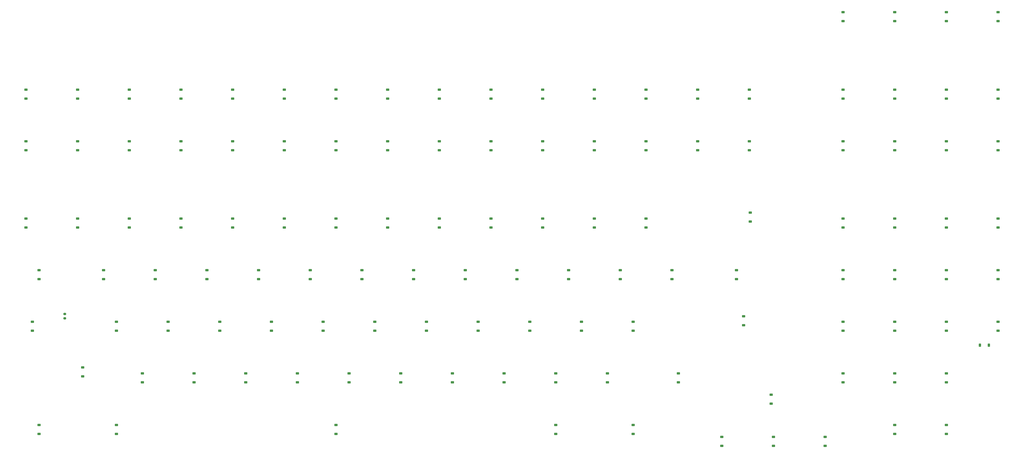
<source format=gbr>
%TF.GenerationSoftware,KiCad,Pcbnew,8.0.2*%
%TF.CreationDate,2024-06-15T15:47:28-07:00*%
%TF.ProjectId,dimension-PCB,64696d65-6e73-4696-9f6e-2d5043422e6b,rev?*%
%TF.SameCoordinates,Original*%
%TF.FileFunction,Paste,Bot*%
%TF.FilePolarity,Positive*%
%FSLAX46Y46*%
G04 Gerber Fmt 4.6, Leading zero omitted, Abs format (unit mm)*
G04 Created by KiCad (PCBNEW 8.0.2) date 2024-06-15 15:47:28*
%MOMM*%
%LPD*%
G01*
G04 APERTURE LIST*
G04 Aperture macros list*
%AMRoundRect*
0 Rectangle with rounded corners*
0 $1 Rounding radius*
0 $2 $3 $4 $5 $6 $7 $8 $9 X,Y pos of 4 corners*
0 Add a 4 corners polygon primitive as box body*
4,1,4,$2,$3,$4,$5,$6,$7,$8,$9,$2,$3,0*
0 Add four circle primitives for the rounded corners*
1,1,$1+$1,$2,$3*
1,1,$1+$1,$4,$5*
1,1,$1+$1,$6,$7*
1,1,$1+$1,$8,$9*
0 Add four rect primitives between the rounded corners*
20,1,$1+$1,$2,$3,$4,$5,0*
20,1,$1+$1,$4,$5,$6,$7,0*
20,1,$1+$1,$6,$7,$8,$9,0*
20,1,$1+$1,$8,$9,$2,$3,0*%
G04 Aperture macros list end*
%ADD10RoundRect,0.225000X0.375000X-0.225000X0.375000X0.225000X-0.375000X0.225000X-0.375000X-0.225000X0*%
%ADD11RoundRect,0.200000X0.275000X-0.200000X0.275000X0.200000X-0.275000X0.200000X-0.275000X-0.200000X0*%
%ADD12RoundRect,0.225000X-0.225000X-0.375000X0.225000X-0.375000X0.225000X0.375000X-0.225000X0.375000X0*%
G04 APERTURE END LIST*
D10*
%TO.C,D60*%
X263910000Y-151595000D03*
X263910000Y-148295000D03*
%TD*%
%TO.C,D80*%
X321060000Y-123020000D03*
X321060000Y-119720000D03*
%TD*%
%TO.C,D61*%
X244860000Y-151595000D03*
X244860000Y-148295000D03*
%TD*%
%TO.C,D45*%
X225810000Y-103970000D03*
X225810000Y-100670000D03*
%TD*%
%TO.C,D96*%
X374640000Y-189695000D03*
X374640000Y-186395000D03*
%TD*%
%TO.C,D37*%
X168660000Y-151595000D03*
X168660000Y-148295000D03*
%TD*%
%TO.C,D10*%
X94337500Y-206550000D03*
X94337500Y-203250000D03*
%TD*%
%TO.C,D103*%
X393690000Y-151595000D03*
X393690000Y-148295000D03*
%TD*%
%TO.C,D22*%
X106747500Y-227795000D03*
X106747500Y-224495000D03*
%TD*%
%TO.C,D47*%
X225810000Y-123020000D03*
X225810000Y-119720000D03*
%TD*%
%TO.C,D58*%
X263910000Y-123020000D03*
X263910000Y-119720000D03*
%TD*%
%TO.C,D87*%
X329950000Y-228900000D03*
X329950000Y-232200000D03*
%TD*%
%TO.C,D39*%
X178185000Y-170645000D03*
X178185000Y-167345000D03*
%TD*%
%TO.C,D78*%
X321060000Y-103970000D03*
X321060000Y-100670000D03*
%TD*%
%TO.C,D115*%
X412740000Y-170645000D03*
X412740000Y-167345000D03*
%TD*%
%TO.C,D56*%
X263910000Y-103970000D03*
X263910000Y-100670000D03*
%TD*%
%TO.C,D42*%
X192472500Y-208745000D03*
X192472500Y-205445000D03*
%TD*%
%TO.C,D50*%
X206760000Y-151595000D03*
X206760000Y-148295000D03*
%TD*%
%TO.C,D112*%
X412740000Y-103970000D03*
X412740000Y-100670000D03*
%TD*%
%TO.C,D104*%
X393690000Y-170645000D03*
X393690000Y-167345000D03*
%TD*%
%TO.C,D2*%
X73410000Y-103970000D03*
X73410000Y-100670000D03*
%TD*%
%TO.C,D48*%
X206760000Y-123020000D03*
X206760000Y-119720000D03*
%TD*%
%TO.C,D122*%
X431790000Y-75395000D03*
X431790000Y-72095000D03*
%TD*%
%TO.C,D40*%
X201997500Y-189695000D03*
X201997500Y-186395000D03*
%TD*%
%TO.C,D91*%
X340110000Y-103970000D03*
X340110000Y-100670000D03*
%TD*%
%TO.C,D126*%
X431790000Y-170645000D03*
X431790000Y-167345000D03*
%TD*%
%TO.C,D92*%
X374640000Y-123020000D03*
X374640000Y-119720000D03*
%TD*%
%TO.C,D28*%
X159135000Y-170645000D03*
X159135000Y-167345000D03*
%TD*%
%TO.C,D52*%
X216285000Y-170645000D03*
X216285000Y-167345000D03*
%TD*%
%TO.C,D14*%
X130560000Y-123020000D03*
X130560000Y-119720000D03*
%TD*%
%TO.C,D3*%
X73410000Y-123020000D03*
X73410000Y-119720000D03*
%TD*%
%TO.C,D69*%
X302010000Y-151595000D03*
X302010000Y-148295000D03*
%TD*%
%TO.C,D123*%
X431790000Y-103970000D03*
X431790000Y-100670000D03*
%TD*%
%TO.C,D23*%
X168660000Y-103970000D03*
X168660000Y-100670000D03*
%TD*%
%TO.C,D102*%
X393690000Y-123020000D03*
X393690000Y-119720000D03*
%TD*%
%TO.C,D125*%
X431790000Y-151595000D03*
X431790000Y-148295000D03*
%TD*%
%TO.C,D26*%
X168660000Y-123020000D03*
X168660000Y-119720000D03*
%TD*%
%TO.C,D16*%
X111510000Y-151595000D03*
X111510000Y-148295000D03*
%TD*%
%TO.C,D27*%
X149610000Y-151595000D03*
X149610000Y-148295000D03*
%TD*%
%TO.C,D35*%
X187710000Y-123020000D03*
X187710000Y-119720000D03*
%TD*%
%TO.C,D90*%
X374640000Y-103970000D03*
X374640000Y-100670000D03*
%TD*%
%TO.C,D9*%
X75791250Y-189695000D03*
X75791250Y-186395000D03*
%TD*%
%TO.C,D31*%
X144847500Y-189695000D03*
X144847500Y-186395000D03*
%TD*%
%TO.C,D83*%
X335347500Y-170645000D03*
X335347500Y-167345000D03*
%TD*%
%TO.C,D82*%
X340460000Y-149420000D03*
X340460000Y-146120000D03*
%TD*%
%TO.C,D17*%
X130560000Y-151595000D03*
X130560000Y-148295000D03*
%TD*%
D11*
%TO.C,R1*%
X87700000Y-185125000D03*
X87700000Y-183475000D03*
%TD*%
D10*
%TO.C,D111*%
X412740000Y-75395000D03*
X412740000Y-72095000D03*
%TD*%
%TO.C,D95*%
X374640000Y-170645000D03*
X374640000Y-167345000D03*
%TD*%
%TO.C,D63*%
X259147500Y-189695000D03*
X259147500Y-186395000D03*
%TD*%
%TO.C,D74*%
X278197500Y-189695000D03*
X278197500Y-186395000D03*
%TD*%
%TO.C,D46*%
X206760000Y-103970000D03*
X206760000Y-100670000D03*
%TD*%
%TO.C,D24*%
X149610000Y-103970000D03*
X149610000Y-100670000D03*
%TD*%
%TO.C,D70*%
X282960000Y-151595000D03*
X282960000Y-148295000D03*
%TD*%
%TO.C,D88*%
X349000000Y-228900000D03*
X349000000Y-232200000D03*
%TD*%
%TO.C,D89*%
X374640000Y-75395000D03*
X374640000Y-72095000D03*
%TD*%
%TO.C,D64*%
X240097500Y-189695000D03*
X240097500Y-186395000D03*
%TD*%
%TO.C,D71*%
X292485000Y-170645000D03*
X292485000Y-167345000D03*
%TD*%
%TO.C,D6*%
X73410000Y-151595000D03*
X73410000Y-148295000D03*
%TD*%
%TO.C,D21*%
X116272500Y-208745000D03*
X116272500Y-205445000D03*
%TD*%
%TO.C,D106*%
X393690000Y-208745000D03*
X393690000Y-205445000D03*
%TD*%
%TO.C,D68*%
X282960000Y-123020000D03*
X282960000Y-119720000D03*
%TD*%
%TO.C,D15*%
X111510000Y-123020000D03*
X111510000Y-119720000D03*
%TD*%
%TO.C,D18*%
X121035000Y-170645000D03*
X121035000Y-167345000D03*
%TD*%
%TO.C,D62*%
X254385000Y-170645000D03*
X254385000Y-167345000D03*
%TD*%
%TO.C,D11*%
X78172500Y-227795000D03*
X78172500Y-224495000D03*
%TD*%
%TO.C,D105*%
X393690000Y-189695000D03*
X393690000Y-186395000D03*
%TD*%
%TO.C,D8*%
X78172500Y-170645000D03*
X78172500Y-167345000D03*
%TD*%
%TO.C,D66*%
X249622500Y-208745000D03*
X249622500Y-205445000D03*
%TD*%
%TO.C,D81*%
X302010000Y-123020000D03*
X302010000Y-119720000D03*
%TD*%
%TO.C,D77*%
X268672500Y-227795000D03*
X268672500Y-224495000D03*
%TD*%
%TO.C,D41*%
X182947500Y-189695000D03*
X182947500Y-186395000D03*
%TD*%
%TO.C,D113*%
X412740000Y-123020000D03*
X412740000Y-119720000D03*
%TD*%
%TO.C,D99*%
X368050000Y-228900000D03*
X368050000Y-232200000D03*
%TD*%
%TO.C,D100*%
X393690000Y-75395000D03*
X393690000Y-72095000D03*
%TD*%
%TO.C,D85*%
X337960000Y-187670000D03*
X337960000Y-184370000D03*
%TD*%
%TO.C,D30*%
X163897500Y-189695000D03*
X163897500Y-186395000D03*
%TD*%
%TO.C,D57*%
X244860000Y-103970000D03*
X244860000Y-100670000D03*
%TD*%
%TO.C,D67*%
X282960000Y-103970000D03*
X282960000Y-100670000D03*
%TD*%
%TO.C,D97*%
X374640000Y-208745000D03*
X374640000Y-205445000D03*
%TD*%
%TO.C,D5*%
X92460000Y-151595000D03*
X92460000Y-148295000D03*
%TD*%
%TO.C,D13*%
X130560000Y-103970000D03*
X130560000Y-100670000D03*
%TD*%
%TO.C,D59*%
X244860000Y-123020000D03*
X244860000Y-119720000D03*
%TD*%
%TO.C,D72*%
X273435000Y-170645000D03*
X273435000Y-167345000D03*
%TD*%
%TO.C,D49*%
X225810000Y-151595000D03*
X225810000Y-148295000D03*
%TD*%
%TO.C,D79*%
X302010000Y-103970000D03*
X302010000Y-100670000D03*
%TD*%
%TO.C,D34*%
X187710000Y-103970000D03*
X187710000Y-100670000D03*
%TD*%
%TO.C,D114*%
X412740000Y-151595000D03*
X412740000Y-148295000D03*
%TD*%
%TO.C,D75*%
X287722500Y-208745000D03*
X287722500Y-205445000D03*
%TD*%
%TO.C,D44*%
X187710000Y-227795000D03*
X187710000Y-224495000D03*
%TD*%
%TO.C,D12*%
X111510000Y-103970000D03*
X111510000Y-100670000D03*
%TD*%
%TO.C,D107*%
X393690000Y-227795000D03*
X393690000Y-224495000D03*
%TD*%
%TO.C,D118*%
X412740000Y-227795000D03*
X412740000Y-224495000D03*
%TD*%
%TO.C,D1*%
X92460000Y-103970000D03*
X92460000Y-100670000D03*
%TD*%
%TO.C,D76*%
X297247500Y-227795000D03*
X297247500Y-224495000D03*
%TD*%
%TO.C,D32*%
X154372500Y-208745000D03*
X154372500Y-205445000D03*
%TD*%
%TO.C,D55*%
X211522500Y-208745000D03*
X211522500Y-205445000D03*
%TD*%
%TO.C,D29*%
X140085000Y-170645000D03*
X140085000Y-167345000D03*
%TD*%
%TO.C,D94*%
X374640000Y-151595000D03*
X374640000Y-148295000D03*
%TD*%
%TO.C,D98*%
X348172500Y-213312500D03*
X348172500Y-216612500D03*
%TD*%
%TO.C,D51*%
X235335000Y-170645000D03*
X235335000Y-167345000D03*
%TD*%
%TO.C,D38*%
X197235000Y-170645000D03*
X197235000Y-167345000D03*
%TD*%
%TO.C,D117*%
X412740000Y-208745000D03*
X412740000Y-205445000D03*
%TD*%
%TO.C,D43*%
X173422500Y-208745000D03*
X173422500Y-205445000D03*
%TD*%
%TO.C,D116*%
X412740000Y-189695000D03*
X412740000Y-186395000D03*
%TD*%
%TO.C,D124*%
X431790000Y-123020000D03*
X431790000Y-119720000D03*
%TD*%
%TO.C,D25*%
X149610000Y-123020000D03*
X149610000Y-119720000D03*
%TD*%
%TO.C,D54*%
X230572500Y-208745000D03*
X230572500Y-205445000D03*
%TD*%
%TO.C,D73*%
X297247500Y-189695000D03*
X297247500Y-186395000D03*
%TD*%
D12*
%TO.C,D128*%
X425100000Y-195000000D03*
X428400000Y-195000000D03*
%TD*%
D10*
%TO.C,D7*%
X101985000Y-170645000D03*
X101985000Y-167345000D03*
%TD*%
%TO.C,D33*%
X135322500Y-208745000D03*
X135322500Y-205445000D03*
%TD*%
%TO.C,D65*%
X268672500Y-208745000D03*
X268672500Y-205445000D03*
%TD*%
%TO.C,D4*%
X92460000Y-123020000D03*
X92460000Y-119720000D03*
%TD*%
%TO.C,D86*%
X313916250Y-208745000D03*
X313916250Y-205445000D03*
%TD*%
%TO.C,D20*%
X106747500Y-189695000D03*
X106747500Y-186395000D03*
%TD*%
%TO.C,D53*%
X221047500Y-189695000D03*
X221047500Y-186395000D03*
%TD*%
%TO.C,D101*%
X393690000Y-103970000D03*
X393690000Y-100670000D03*
%TD*%
%TO.C,D93*%
X340110000Y-123020000D03*
X340110000Y-119720000D03*
%TD*%
%TO.C,D127*%
X431790000Y-189695000D03*
X431790000Y-186395000D03*
%TD*%
%TO.C,D36*%
X187710000Y-151595000D03*
X187710000Y-148295000D03*
%TD*%
%TO.C,D19*%
X125797500Y-189695000D03*
X125797500Y-186395000D03*
%TD*%
%TO.C,D84*%
X311535000Y-170645000D03*
X311535000Y-167345000D03*
%TD*%
M02*

</source>
